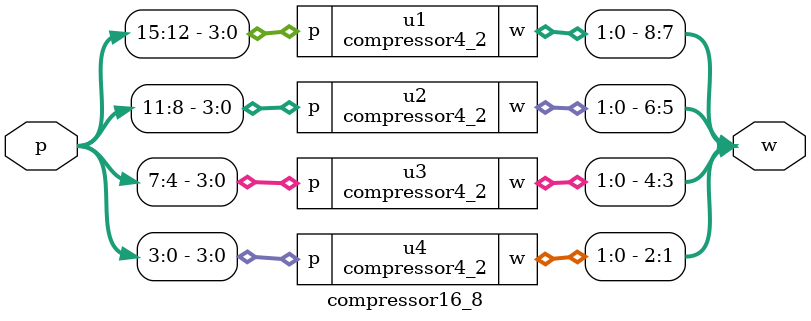
<source format=v>
`timescale 1ns / 1ps



//module exact_compressors3_2(input [2:0]p, output [2:1]w   );
//   xor sum(w[1], p[2],p[1],p[0]);
//   wire ab,bc,ca;
//   and a1(ab,p[2],p[1]);
//   and a2(bc,p[1],p[0]);
//   and a3(ca,p[0],p[2]);
//   or carry(w[2], ab,bc,ca);
//endmodule

//module exact_compressor2_2(input [1:0]p, output [2:1]w);
//    xor sum(w[1],p[0],p[1]);
//    and carry(w[2],p[0],p[1]);
//endmodule

module FA(input [2:0]p, output [2:1]w   );  // w[2] = carry ;  w[1] =sum
   xor sum(w[1], p[2],p[1],p[0]);
   wire ab,bc,ca;
   and a1(ab,p[2],p[1]);
   and a2(bc,p[1],p[0]);
   and a3(ca,p[0],p[2]);
   or carry(w[2], ab,bc,ca);
endmodule

module HA(input [1:0]p, output [2:1]w);
    xor sum(w[1],p[0],p[1]);
    and carry(w[2],p[0],p[1]);
endmodule

module full_adder(input a,input b, input c_in ,output sum,output carry); //dadda8
assign sum = a ^ b ^ c_in;
assign carry = (a & b) +(b & c_in) + (a & c_in);
endmodule // full_adder

module half_adder(input a, input b,output  sum, output  carry); //dadda8
assign sum = a ^ b;
assign carry = a & b;
endmodule // half_adder
    
 module fa(input A, B, Ci, output S, Co   ); //dadda16
     xor xor1(S, A, B, Ci);
     assign Co = (A & B) | (B & Ci) | (Ci & A);
endmodule

module ha(input A,B,output S,C    ); //dadda16
    xor x1(S,A,B);
    and x2(C,A,B);
endmodule


////////////////////////////////// approximate compressors //////////////////////////////////////

//module compressor2_1(input [1:0]p, output w1);     //   0,p1, output w1);    
//    or u1(w1 , p[0] , p[1]);  //assign w1 = p0 | p1;  
//endmodule

module compressor3_2(input [2:0]p, output [2:1]w); //  p2,p1,p0, output w1,w2);
    wire a1;
    and u1(a1 , p[0] , p[1]); //assign a1 = p0 & p1;
    or  u2(w[2] , a1 , p[2]);  //assign w2 = a1 | p2;
    or  u3(w[1] , p[0] , p[1]);  //assign w1 = p0 |p1;
endmodule

module compressor4_2(input [3:0]p, output [2:1]w);  // p3,p2,p1,p0, output w2,w1);
    wire a1,a2;
    and u1(a1 , p[0] , p[1]);     //assign a1 = p0 & p1;
    and u2(a2 , p[2] , p[3]);     //assign a2 = p2 & p3;
    or u3(w[2] , a1 , p[2] , p[3]); //assign w2 = a1 | p2 | p3;
    or u4(w[1] , a2 , p[0] , p[1]); //assign w1 = a2 | p0 | p1;
endmodule

module compressor5_3(input [4:0]p, output [3:1]w); //  p4,p3,p2,p1,p0, output w3,w2,w1);
    wire a1,a2;
    and u1(a1 , p[0] , p[1]);      //assign a1 = p0 & p1;
    and u2(a2 , p[2] , p[3]);      //assign a2 = p2 & p3;
    or u3(w[3] , p[0] , p[1]);       //assign w3 = p0 | p1;
    or u4(w[1] , a1 , p[2] , p[3]);  //assign w1 = a1 | p2 | p3;
    or u5(w[2] , a2 , p[4]);       //assign w2 = a2 | p4;
endmodule

module compressor6_3(input [5:0]p, output [3:1]w); //  p5,p4,p3,p2,p1,p0, output w3,w2,w1);
    wire a1,a2,a3;
    and u1(a1 , p[0] , p[1]);      //assign a1 = p0 & p1;
    and u2(a2 , p[2] , p[3]);      //assign a2 = p2 & p3;
    and u3(a3 , p[4] , p[5]);      //assign a3 = p4 & p5;
    or u4(w[1] , a1 , p[2] , p[3]);  //assign w1 = a1 | p2 | p3;
    or u5(w[3] , a2 , p[4] , p[5]);  //assign w3 = a2 | p4 | p5;
    or u6(w[2] , a3 , p[0] , p[1]);  //assign w2 = a3 | p0 | p1;
endmodule


//////////////////////////////////////// higher order compressors //////////////////////

module compressor7_4(input [6:0]p, output [4:1]w);
    compressor4_2 u1(.p(p[6:3]), .w(w[4:3]));
    compressor3_2 u2(.p(p[2:0]), .w(w[2:1]));
endmodule

module compressor8_4(input [7:0]p, output [4:1]w);
    compressor4_2 u1(.p(p[7:4]), .w(w[4:3]));
    compressor4_2 u2(.p(p[3:0]), .w(w[2:1]));
endmodule

module compressor9_5(input [8:0]p, output [5:1]w);
   // compressor5_3 u1(.p(p[8:4]), .w(w[5:3]));
    compressor4_2 u2(.p(p[8:5]), .w(w[5:4]));
    compressor5_3 u1(.p(p[4:0]), .w(w[3:1]));
endmodule

module compressor10_5(input [9:0]p, output [5:1]w);
  //  compressor6_3 u1(.p(p[9:4]), .w(w[5:3]));
    compressor4_2 u2(.p(p[9:6]), .w(w[5:4]));
    compressor6_3 u1(.p(p[5:0]), .w(w[3:1]));
endmodule

module compressor11_6(input [10:0]p, output [6:1]w);
    compressor4_2 u1(.p(p[10:7]), .w(w[6:5]));
    compressor4_2 u2(.p(p[6:3]), .w(w[4:3]));
    compressor3_2 u3(.p(p[2:0]), .w(w[2:1]));
endmodule

module compressor12_6(input [11:0]p, output [6:1]w);
    compressor4_2 u1(.p(p[11:8]), .w(w[6:5]));
    compressor4_2 u2(.p(p[7:4]), .w(w[4:3]));
    compressor4_2 u3(.p(p[3:0]), .w(w[2:1]));
endmodule

module compressor13_7(input [12:0]p, output [7:1]w);
  //  compressor5_3 u1(.p(p[12:8]), .w(w[7:5]));
    compressor4_2 u2(.p(p[12:9]), .w(w[7:6]));
    compressor4_2 u3(.p(p[8:5]), .w(w[5:4]));
    compressor5_3 u1(.p(p[4:0]), .w(w[3:1]));
endmodule

module compressor14_7(input [13:0]p, output [7:1]w);
 //   compressor6_3 u1(.p(p[13:8]), .w(w[7:5]));
    compressor4_2 u2(.p(p[13:10]), .w(w[7:6]));
    compressor4_2 u3(.p(p[9:6]), .w(w[5:4]));
    compressor6_3 u1(.p(p[5:0]), .w(w[3:1]));
endmodule

module compressor15_8(input [14:0]p, output [8:1]w);
    compressor4_2 u1(.p(p[14:11]), .w(w[8:7]));
    compressor4_2 u2(.p(p[10:7]), .w(w[6:5]));
    compressor4_2 u3(.p(p[6:3]), .w(w[4:3]));
    compressor3_2 u4(.p(p[2:0]), .w(w[2:1]));
endmodule

module compressor16_8(input [15:0]p, output [8:1]w);
    compressor4_2 u1(.p(p[15:12]), .w(w[8:7]));
    compressor4_2 u2(.p(p[11:8]), .w(w[6:5]));
    compressor4_2 u3(.p(p[7:4]), .w(w[4:3]));
    compressor4_2 u4(.p(p[3:0]), .w(w[2:1]));
endmodule

//module compressor17_9(input [16:0]p, output [9:1]w);
//    compressor5_3 u1(.p(p[16:12]), .w(w[9:7]));
//    compressor4_2 u2(.p(p[11:8]), .w(w[6:5]));
//    compressor4_2 u3(.p(p[7:4]), .w(w[4:3]));
//    compressor4_2 u4(.p(p[3:0]), .w(w[2:1]));
//endmodule

//module compressor18_9(input [17:0]p, output [9:1]w);
//    compressor6_3 u1(.p(p[17:12]), .w(w[9:7]));
//    compressor4_2 u2(.p(p[11:8]), .w(w[6:5]));
//    compressor4_2 u3(.p(p[7:4]), .w(w[4:3]));
//    compressor4_2 u4(.p(p[3:0]), .w(w[2:1]));
//endmodule

//module compressor19_10(input [18:0]p, output [10:1]w);
//    compressor4_2 u1(.p(p[18:15]), .w(w[10:9]));
//    compressor4_2 u2(.p(p[14:11]), .w(w[8:7]));
//    compressor4_2 u3(.p(p[10:7]), .w(w[6:5]));
//    compressor4_2 u4(.p(p[6:3]), .w(w[4:3]));
//    compressor3_2 u5(.p(p[2:0]), .w(w[2:1]));
//endmodule

//module compressor20_10(input [19:0]p, output [10:1]w);
//    compressor4_2 u1(.p(p[19:16]), .w(w[10:9]));
//    compressor4_2 u2(.p(p[15:12]), .w(w[8:7]));
//    compressor4_2 u3(.p(p[11:8]), .w(w[6:5]));
//    compressor4_2 u4(.p(p[7:4]), .w(w[4:3]));
//    compressor4_2 u5(.p(p[3:0]), .w(w[2:1]));
//endmodule
</source>
